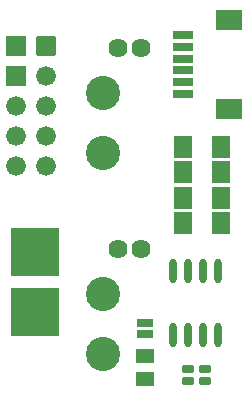
<source format=gbs>
G04 Layer: BottomSolderMaskLayer*
G04 EasyEDA v6.5.39, 2024-01-09 17:58:11*
G04 1731ee7187ce4ff3998c1f3127dcefb7,7c1e8d740ba24e6f83eb2d53d3341807,10*
G04 Gerber Generator version 0.2*
G04 Scale: 100 percent, Rotated: No, Reflected: No *
G04 Dimensions in millimeters *
G04 leading zeros omitted , absolute positions ,4 integer and 5 decimal *
%FSLAX45Y45*%
%MOMM*%

%AMMACRO1*1,1,$1,$2,$3*1,1,$1,$4,$5*1,1,$1,0-$2,0-$3*1,1,$1,0-$4,0-$5*20,1,$1,$2,$3,$4,$5,0*20,1,$1,$4,$5,0-$2,0-$3,0*20,1,$1,0-$2,0-$3,0-$4,0-$5,0*20,1,$1,0-$4,0-$5,$2,$3,0*4,1,4,$2,$3,$4,$5,0-$2,0-$3,0-$4,0-$5,$2,$3,0*%
%ADD10MACRO1,0.2032X0.4X-0.25X0.4X0.25*%
%ADD11MACRO1,0.1016X0.7425X-0.864X0.7425X0.864*%
%ADD12MACRO1,0.1016X-0.7425X-0.864X-0.7425X0.864*%
%ADD13R,1.7532X0.8032*%
%ADD14R,2.2032X1.7032*%
%ADD15MACRO1,0.1016X-0.6885X-0.5663X0.6885X-0.5663*%
%ADD16MACRO1,0.1016X-0.6885X0.5663X0.6885X0.5663*%
%ADD17R,1.3716X0.7366*%
%ADD18O,0.6700012X2.051812*%
%ADD19C,1.6764*%
%ADD20R,1.6764X1.6764*%
%ADD21MACRO1,0.1016X0.7874X0.7874X0.7874X-0.7874*%
%ADD22MACRO1,0.1016X2X2X2X-2*%
%ADD23C,2.9000*%
%ADD24C,1.6240*%

%LPD*%
D10*
G01*
X3365492Y-1523191D03*
G01*
X3365492Y-1423191D03*
D11*
G01*
X3180849Y241300D03*
D12*
G01*
X3499350Y241300D03*
D11*
G01*
X3180849Y25400D03*
D12*
G01*
X3499350Y25400D03*
D11*
G01*
X3180849Y-190500D03*
D12*
G01*
X3499350Y-190500D03*
D11*
G01*
X3180849Y457200D03*
D12*
G01*
X3499350Y457200D03*
D13*
G01*
X3184448Y1405686D03*
G01*
X3184448Y1305687D03*
G01*
X3184448Y1205687D03*
G01*
X3184448Y1105687D03*
G01*
X3184448Y1005687D03*
G01*
X3184448Y905687D03*
D14*
G01*
X3571951Y775715D03*
G01*
X3571951Y1535684D03*
D10*
G01*
X3225792Y-1523191D03*
G01*
X3225792Y-1423191D03*
D15*
G01*
X2857500Y-1309695D03*
D16*
G01*
X2857500Y-1509704D03*
D17*
G01*
X2857500Y-1033779D03*
G01*
X2857500Y-1125220D03*
D18*
G01*
X3098800Y-593089D03*
G01*
X3225800Y-593089D03*
G01*
X3352800Y-593089D03*
G01*
X3479800Y-593089D03*
G01*
X3098800Y-1134110D03*
G01*
X3225800Y-1134110D03*
G01*
X3352800Y-1134110D03*
G01*
X3479800Y-1134110D03*
D19*
G01*
X1765300Y292100D03*
G01*
X2019300Y292100D03*
G01*
X1765297Y546097D03*
G01*
X1765297Y800097D03*
D20*
G01*
X1765297Y1054097D03*
G01*
X1765297Y1308097D03*
D21*
G01*
X2019300Y1308100D03*
D19*
G01*
X2019300Y1054100D03*
G01*
X2019300Y800100D03*
G01*
X2019300Y546100D03*
D22*
G01*
X1930400Y-939800D03*
G01*
X1930400Y-431800D03*
D23*
G01*
X2505506Y403491D03*
G01*
X2505506Y911491D03*
D24*
G01*
X2628518Y1296504D03*
G01*
X2828518Y1296504D03*
D23*
G01*
X2505506Y-1296504D03*
G01*
X2505506Y-788504D03*
D24*
G01*
X2628518Y-403491D03*
G01*
X2828518Y-403491D03*
M02*

</source>
